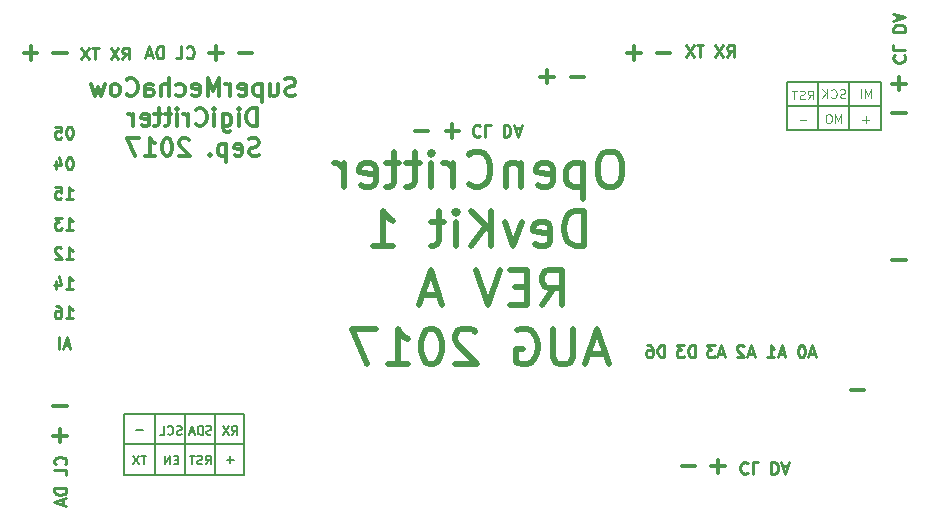
<source format=gbo>
G04 #@! TF.FileFunction,Legend,Bot*
%FSLAX46Y46*%
G04 Gerber Fmt 4.6, Leading zero omitted, Abs format (unit mm)*
G04 Created by KiCad (PCBNEW 4.0.6) date 09/01/17 10:43:57*
%MOMM*%
%LPD*%
G01*
G04 APERTURE LIST*
%ADD10C,0.100000*%
%ADD11C,0.250000*%
%ADD12C,0.187500*%
%ADD13C,0.150000*%
%ADD14C,0.125000*%
%ADD15C,0.300000*%
%ADD16C,0.500000*%
G04 APERTURE END LIST*
D10*
D11*
X106276190Y-110566667D02*
X105799999Y-110566667D01*
X106371428Y-110852381D02*
X106038095Y-109852381D01*
X105704761Y-110852381D01*
X105371428Y-110852381D02*
X105371428Y-109852381D01*
X105990476Y-108252381D02*
X106561905Y-108252381D01*
X106276191Y-108252381D02*
X106276191Y-107252381D01*
X106371429Y-107395238D01*
X106466667Y-107490476D01*
X106561905Y-107538095D01*
X105133333Y-107252381D02*
X105323810Y-107252381D01*
X105419048Y-107300000D01*
X105466667Y-107347619D01*
X105561905Y-107490476D01*
X105609524Y-107680952D01*
X105609524Y-108061905D01*
X105561905Y-108157143D01*
X105514286Y-108204762D01*
X105419048Y-108252381D01*
X105228571Y-108252381D01*
X105133333Y-108204762D01*
X105085714Y-108157143D01*
X105038095Y-108061905D01*
X105038095Y-107823810D01*
X105085714Y-107728571D01*
X105133333Y-107680952D01*
X105228571Y-107633333D01*
X105419048Y-107633333D01*
X105514286Y-107680952D01*
X105561905Y-107728571D01*
X105609524Y-107823810D01*
X105990476Y-105752381D02*
X106561905Y-105752381D01*
X106276191Y-105752381D02*
X106276191Y-104752381D01*
X106371429Y-104895238D01*
X106466667Y-104990476D01*
X106561905Y-105038095D01*
X105133333Y-105085714D02*
X105133333Y-105752381D01*
X105371429Y-104704762D02*
X105609524Y-105419048D01*
X104990476Y-105419048D01*
X105990476Y-103252381D02*
X106561905Y-103252381D01*
X106276191Y-103252381D02*
X106276191Y-102252381D01*
X106371429Y-102395238D01*
X106466667Y-102490476D01*
X106561905Y-102538095D01*
X105609524Y-102347619D02*
X105561905Y-102300000D01*
X105466667Y-102252381D01*
X105228571Y-102252381D01*
X105133333Y-102300000D01*
X105085714Y-102347619D01*
X105038095Y-102442857D01*
X105038095Y-102538095D01*
X105085714Y-102680952D01*
X105657143Y-103252381D01*
X105038095Y-103252381D01*
X105990476Y-100752381D02*
X106561905Y-100752381D01*
X106276191Y-100752381D02*
X106276191Y-99752381D01*
X106371429Y-99895238D01*
X106466667Y-99990476D01*
X106561905Y-100038095D01*
X105657143Y-99752381D02*
X105038095Y-99752381D01*
X105371429Y-100133333D01*
X105228571Y-100133333D01*
X105133333Y-100180952D01*
X105085714Y-100228571D01*
X105038095Y-100323810D01*
X105038095Y-100561905D01*
X105085714Y-100657143D01*
X105133333Y-100704762D01*
X105228571Y-100752381D01*
X105514286Y-100752381D01*
X105609524Y-100704762D01*
X105657143Y-100657143D01*
X105990476Y-98152381D02*
X106561905Y-98152381D01*
X106276191Y-98152381D02*
X106276191Y-97152381D01*
X106371429Y-97295238D01*
X106466667Y-97390476D01*
X106561905Y-97438095D01*
X105085714Y-97152381D02*
X105561905Y-97152381D01*
X105609524Y-97628571D01*
X105561905Y-97580952D01*
X105466667Y-97533333D01*
X105228571Y-97533333D01*
X105133333Y-97580952D01*
X105085714Y-97628571D01*
X105038095Y-97723810D01*
X105038095Y-97961905D01*
X105085714Y-98057143D01*
X105133333Y-98104762D01*
X105228571Y-98152381D01*
X105466667Y-98152381D01*
X105561905Y-98104762D01*
X105609524Y-98057143D01*
X106323810Y-94652381D02*
X106228571Y-94652381D01*
X106133333Y-94700000D01*
X106085714Y-94747619D01*
X106038095Y-94842857D01*
X105990476Y-95033333D01*
X105990476Y-95271429D01*
X106038095Y-95461905D01*
X106085714Y-95557143D01*
X106133333Y-95604762D01*
X106228571Y-95652381D01*
X106323810Y-95652381D01*
X106419048Y-95604762D01*
X106466667Y-95557143D01*
X106514286Y-95461905D01*
X106561905Y-95271429D01*
X106561905Y-95033333D01*
X106514286Y-94842857D01*
X106466667Y-94747619D01*
X106419048Y-94700000D01*
X106323810Y-94652381D01*
X105133333Y-94985714D02*
X105133333Y-95652381D01*
X105371429Y-94604762D02*
X105609524Y-95319048D01*
X104990476Y-95319048D01*
X106323810Y-92052381D02*
X106228571Y-92052381D01*
X106133333Y-92100000D01*
X106085714Y-92147619D01*
X106038095Y-92242857D01*
X105990476Y-92433333D01*
X105990476Y-92671429D01*
X106038095Y-92861905D01*
X106085714Y-92957143D01*
X106133333Y-93004762D01*
X106228571Y-93052381D01*
X106323810Y-93052381D01*
X106419048Y-93004762D01*
X106466667Y-92957143D01*
X106514286Y-92861905D01*
X106561905Y-92671429D01*
X106561905Y-92433333D01*
X106514286Y-92242857D01*
X106466667Y-92147619D01*
X106419048Y-92100000D01*
X106323810Y-92052381D01*
X105085714Y-92052381D02*
X105561905Y-92052381D01*
X105609524Y-92528571D01*
X105561905Y-92480952D01*
X105466667Y-92433333D01*
X105228571Y-92433333D01*
X105133333Y-92480952D01*
X105085714Y-92528571D01*
X105038095Y-92623810D01*
X105038095Y-92861905D01*
X105085714Y-92957143D01*
X105133333Y-93004762D01*
X105228571Y-93052381D01*
X105466667Y-93052381D01*
X105561905Y-93004762D01*
X105609524Y-92957143D01*
X156638095Y-111552381D02*
X156638095Y-110552381D01*
X156400000Y-110552381D01*
X156257142Y-110600000D01*
X156161904Y-110695238D01*
X156114285Y-110790476D01*
X156066666Y-110980952D01*
X156066666Y-111123810D01*
X156114285Y-111314286D01*
X156161904Y-111409524D01*
X156257142Y-111504762D01*
X156400000Y-111552381D01*
X156638095Y-111552381D01*
X155209523Y-110552381D02*
X155400000Y-110552381D01*
X155495238Y-110600000D01*
X155542857Y-110647619D01*
X155638095Y-110790476D01*
X155685714Y-110980952D01*
X155685714Y-111361905D01*
X155638095Y-111457143D01*
X155590476Y-111504762D01*
X155495238Y-111552381D01*
X155304761Y-111552381D01*
X155209523Y-111504762D01*
X155161904Y-111457143D01*
X155114285Y-111361905D01*
X155114285Y-111123810D01*
X155161904Y-111028571D01*
X155209523Y-110980952D01*
X155304761Y-110933333D01*
X155495238Y-110933333D01*
X155590476Y-110980952D01*
X155638095Y-111028571D01*
X155685714Y-111123810D01*
X159238095Y-111552381D02*
X159238095Y-110552381D01*
X159000000Y-110552381D01*
X158857142Y-110600000D01*
X158761904Y-110695238D01*
X158714285Y-110790476D01*
X158666666Y-110980952D01*
X158666666Y-111123810D01*
X158714285Y-111314286D01*
X158761904Y-111409524D01*
X158857142Y-111504762D01*
X159000000Y-111552381D01*
X159238095Y-111552381D01*
X158333333Y-110552381D02*
X157714285Y-110552381D01*
X158047619Y-110933333D01*
X157904761Y-110933333D01*
X157809523Y-110980952D01*
X157761904Y-111028571D01*
X157714285Y-111123810D01*
X157714285Y-111361905D01*
X157761904Y-111457143D01*
X157809523Y-111504762D01*
X157904761Y-111552381D01*
X158190476Y-111552381D01*
X158285714Y-111504762D01*
X158333333Y-111457143D01*
X161714286Y-111266667D02*
X161238095Y-111266667D01*
X161809524Y-111552381D02*
X161476191Y-110552381D01*
X161142857Y-111552381D01*
X160904762Y-110552381D02*
X160285714Y-110552381D01*
X160619048Y-110933333D01*
X160476190Y-110933333D01*
X160380952Y-110980952D01*
X160333333Y-111028571D01*
X160285714Y-111123810D01*
X160285714Y-111361905D01*
X160333333Y-111457143D01*
X160380952Y-111504762D01*
X160476190Y-111552381D01*
X160761905Y-111552381D01*
X160857143Y-111504762D01*
X160904762Y-111457143D01*
X164214286Y-111266667D02*
X163738095Y-111266667D01*
X164309524Y-111552381D02*
X163976191Y-110552381D01*
X163642857Y-111552381D01*
X163357143Y-110647619D02*
X163309524Y-110600000D01*
X163214286Y-110552381D01*
X162976190Y-110552381D01*
X162880952Y-110600000D01*
X162833333Y-110647619D01*
X162785714Y-110742857D01*
X162785714Y-110838095D01*
X162833333Y-110980952D01*
X163404762Y-111552381D01*
X162785714Y-111552381D01*
X166814286Y-111266667D02*
X166338095Y-111266667D01*
X166909524Y-111552381D02*
X166576191Y-110552381D01*
X166242857Y-111552381D01*
X165385714Y-111552381D02*
X165957143Y-111552381D01*
X165671429Y-111552381D02*
X165671429Y-110552381D01*
X165766667Y-110695238D01*
X165861905Y-110790476D01*
X165957143Y-110838095D01*
X169414286Y-111266667D02*
X168938095Y-111266667D01*
X169509524Y-111552381D02*
X169176191Y-110552381D01*
X168842857Y-111552381D01*
X168319048Y-110552381D02*
X168223809Y-110552381D01*
X168128571Y-110600000D01*
X168080952Y-110647619D01*
X168033333Y-110742857D01*
X167985714Y-110933333D01*
X167985714Y-111171429D01*
X168033333Y-111361905D01*
X168080952Y-111457143D01*
X168128571Y-111504762D01*
X168223809Y-111552381D01*
X168319048Y-111552381D01*
X168414286Y-111504762D01*
X168461905Y-111457143D01*
X168509524Y-111361905D01*
X168557143Y-111171429D01*
X168557143Y-110933333D01*
X168509524Y-110742857D01*
X168461905Y-110647619D01*
X168414286Y-110600000D01*
X168319048Y-110552381D01*
D12*
X120185714Y-120253571D02*
X119614285Y-120253571D01*
X119899999Y-120539286D02*
X119899999Y-119967857D01*
X120025000Y-118139286D02*
X120275000Y-117782143D01*
X120453572Y-118139286D02*
X120453572Y-117389286D01*
X120167857Y-117389286D01*
X120096429Y-117425000D01*
X120060714Y-117460714D01*
X120025000Y-117532143D01*
X120025000Y-117639286D01*
X120060714Y-117710714D01*
X120096429Y-117746429D01*
X120167857Y-117782143D01*
X120453572Y-117782143D01*
X119775000Y-117389286D02*
X119275000Y-118139286D01*
X119275000Y-117389286D02*
X119775000Y-118139286D01*
X115453571Y-120246429D02*
X115203571Y-120246429D01*
X115096428Y-120639286D02*
X115453571Y-120639286D01*
X115453571Y-119889286D01*
X115096428Y-119889286D01*
X114775000Y-120639286D02*
X114775000Y-119889286D01*
X114346428Y-120639286D01*
X114346428Y-119889286D01*
X117810714Y-120639286D02*
X118060714Y-120282143D01*
X118239286Y-120639286D02*
X118239286Y-119889286D01*
X117953571Y-119889286D01*
X117882143Y-119925000D01*
X117846428Y-119960714D01*
X117810714Y-120032143D01*
X117810714Y-120139286D01*
X117846428Y-120210714D01*
X117882143Y-120246429D01*
X117953571Y-120282143D01*
X118239286Y-120282143D01*
X117525000Y-120603571D02*
X117417857Y-120639286D01*
X117239286Y-120639286D01*
X117167857Y-120603571D01*
X117132143Y-120567857D01*
X117096428Y-120496429D01*
X117096428Y-120425000D01*
X117132143Y-120353571D01*
X117167857Y-120317857D01*
X117239286Y-120282143D01*
X117382143Y-120246429D01*
X117453571Y-120210714D01*
X117489286Y-120175000D01*
X117525000Y-120103571D01*
X117525000Y-120032143D01*
X117489286Y-119960714D01*
X117453571Y-119925000D01*
X117382143Y-119889286D01*
X117203571Y-119889286D01*
X117096428Y-119925000D01*
X116882142Y-119889286D02*
X116453571Y-119889286D01*
X116667857Y-120639286D02*
X116667857Y-119889286D01*
X118310714Y-118103571D02*
X118203571Y-118139286D01*
X118025000Y-118139286D01*
X117953571Y-118103571D01*
X117917857Y-118067857D01*
X117882142Y-117996429D01*
X117882142Y-117925000D01*
X117917857Y-117853571D01*
X117953571Y-117817857D01*
X118025000Y-117782143D01*
X118167857Y-117746429D01*
X118239285Y-117710714D01*
X118275000Y-117675000D01*
X118310714Y-117603571D01*
X118310714Y-117532143D01*
X118275000Y-117460714D01*
X118239285Y-117425000D01*
X118167857Y-117389286D01*
X117989285Y-117389286D01*
X117882142Y-117425000D01*
X117560714Y-118139286D02*
X117560714Y-117389286D01*
X117382142Y-117389286D01*
X117274999Y-117425000D01*
X117203571Y-117496429D01*
X117167856Y-117567857D01*
X117132142Y-117710714D01*
X117132142Y-117817857D01*
X117167856Y-117960714D01*
X117203571Y-118032143D01*
X117274999Y-118103571D01*
X117382142Y-118139286D01*
X117560714Y-118139286D01*
X116846428Y-117925000D02*
X116489285Y-117925000D01*
X116917856Y-118139286D02*
X116667856Y-117389286D01*
X116417856Y-118139286D01*
X115792857Y-118103571D02*
X115685714Y-118139286D01*
X115507143Y-118139286D01*
X115435714Y-118103571D01*
X115400000Y-118067857D01*
X115364285Y-117996429D01*
X115364285Y-117925000D01*
X115400000Y-117853571D01*
X115435714Y-117817857D01*
X115507143Y-117782143D01*
X115650000Y-117746429D01*
X115721428Y-117710714D01*
X115757143Y-117675000D01*
X115792857Y-117603571D01*
X115792857Y-117532143D01*
X115757143Y-117460714D01*
X115721428Y-117425000D01*
X115650000Y-117389286D01*
X115471428Y-117389286D01*
X115364285Y-117425000D01*
X114614285Y-118067857D02*
X114649999Y-118103571D01*
X114757142Y-118139286D01*
X114828571Y-118139286D01*
X114935714Y-118103571D01*
X115007142Y-118032143D01*
X115042857Y-117960714D01*
X115078571Y-117817857D01*
X115078571Y-117710714D01*
X115042857Y-117567857D01*
X115007142Y-117496429D01*
X114935714Y-117425000D01*
X114828571Y-117389286D01*
X114757142Y-117389286D01*
X114649999Y-117425000D01*
X114614285Y-117460714D01*
X113935714Y-118139286D02*
X114292857Y-118139286D01*
X114292857Y-117389286D01*
X112771428Y-119889286D02*
X112342857Y-119889286D01*
X112557143Y-120639286D02*
X112557143Y-119889286D01*
X112164285Y-119889286D02*
X111664285Y-120639286D01*
X111664285Y-119889286D02*
X112164285Y-120639286D01*
X112485714Y-117753571D02*
X111914285Y-117753571D01*
D13*
X110900000Y-118900000D02*
X121100000Y-118900000D01*
X113500000Y-116400000D02*
X113500000Y-121500000D01*
X118600000Y-116400000D02*
X118600000Y-121500000D01*
X116100000Y-116400000D02*
X116100000Y-121500000D01*
X110900000Y-121500000D02*
X110900000Y-116400000D01*
X121100000Y-121500000D02*
X110900000Y-121500000D01*
X121100000Y-116400000D02*
X121100000Y-121500000D01*
X110900000Y-116400000D02*
X121100000Y-116400000D01*
D11*
X141043523Y-91982996D02*
X140995904Y-91935377D01*
X140853047Y-91887758D01*
X140757809Y-91887758D01*
X140614951Y-91935377D01*
X140519713Y-92030615D01*
X140472094Y-92125853D01*
X140424475Y-92316329D01*
X140424475Y-92459187D01*
X140472094Y-92649663D01*
X140519713Y-92744901D01*
X140614951Y-92840139D01*
X140757809Y-92887758D01*
X140853047Y-92887758D01*
X140995904Y-92840139D01*
X141043523Y-92792520D01*
X141948285Y-91887758D02*
X141472094Y-91887758D01*
X141472094Y-92887758D01*
X143048285Y-91887758D02*
X143048285Y-92887758D01*
X143286380Y-92887758D01*
X143429238Y-92840139D01*
X143524476Y-92744901D01*
X143572095Y-92649663D01*
X143619714Y-92459187D01*
X143619714Y-92316329D01*
X143572095Y-92125853D01*
X143524476Y-92030615D01*
X143429238Y-91935377D01*
X143286380Y-91887758D01*
X143048285Y-91887758D01*
X144000666Y-92173472D02*
X144476857Y-92173472D01*
X143905428Y-91887758D02*
X144238761Y-92887758D01*
X144572095Y-91887758D01*
X106012242Y-122648285D02*
X105012242Y-122648285D01*
X105012242Y-122886380D01*
X105059861Y-123029238D01*
X105155099Y-123124476D01*
X105250337Y-123172095D01*
X105440813Y-123219714D01*
X105583671Y-123219714D01*
X105774147Y-123172095D01*
X105869385Y-123124476D01*
X105964623Y-123029238D01*
X106012242Y-122886380D01*
X106012242Y-122648285D01*
X105726528Y-123600666D02*
X105726528Y-124076857D01*
X106012242Y-123505428D02*
X105012242Y-123838761D01*
X106012242Y-124172095D01*
X105917004Y-120643523D02*
X105964623Y-120595904D01*
X106012242Y-120453047D01*
X106012242Y-120357809D01*
X105964623Y-120214951D01*
X105869385Y-120119713D01*
X105774147Y-120072094D01*
X105583671Y-120024475D01*
X105440813Y-120024475D01*
X105250337Y-120072094D01*
X105155099Y-120119713D01*
X105059861Y-120214951D01*
X105012242Y-120357809D01*
X105012242Y-120453047D01*
X105059861Y-120595904D01*
X105107480Y-120643523D01*
X106012242Y-121548285D02*
X106012242Y-121072094D01*
X105012242Y-121072094D01*
X165709524Y-120447619D02*
X165709524Y-121447619D01*
X165947619Y-121447619D01*
X166090477Y-121400000D01*
X166185715Y-121304762D01*
X166233334Y-121209524D01*
X166280953Y-121019048D01*
X166280953Y-120876190D01*
X166233334Y-120685714D01*
X166185715Y-120590476D01*
X166090477Y-120495238D01*
X165947619Y-120447619D01*
X165709524Y-120447619D01*
X166661905Y-120733333D02*
X167138096Y-120733333D01*
X166566667Y-120447619D02*
X166900000Y-121447619D01*
X167233334Y-120447619D01*
X163704762Y-120542857D02*
X163657143Y-120495238D01*
X163514286Y-120447619D01*
X163419048Y-120447619D01*
X163276190Y-120495238D01*
X163180952Y-120590476D01*
X163133333Y-120685714D01*
X163085714Y-120876190D01*
X163085714Y-121019048D01*
X163133333Y-121209524D01*
X163180952Y-121304762D01*
X163276190Y-121400000D01*
X163419048Y-121447619D01*
X163514286Y-121447619D01*
X163657143Y-121400000D01*
X163704762Y-121352381D01*
X164609524Y-120447619D02*
X164133333Y-120447619D01*
X164133333Y-121447619D01*
X176047619Y-83990476D02*
X177047619Y-83990476D01*
X177047619Y-83752381D01*
X177000000Y-83609523D01*
X176904762Y-83514285D01*
X176809524Y-83466666D01*
X176619048Y-83419047D01*
X176476190Y-83419047D01*
X176285714Y-83466666D01*
X176190476Y-83514285D01*
X176095238Y-83609523D01*
X176047619Y-83752381D01*
X176047619Y-83990476D01*
X176333333Y-83038095D02*
X176333333Y-82561904D01*
X176047619Y-83133333D02*
X177047619Y-82800000D01*
X176047619Y-82466666D01*
X176142857Y-85995238D02*
X176095238Y-86042857D01*
X176047619Y-86185714D01*
X176047619Y-86280952D01*
X176095238Y-86423810D01*
X176190476Y-86519048D01*
X176285714Y-86566667D01*
X176476190Y-86614286D01*
X176619048Y-86614286D01*
X176809524Y-86566667D01*
X176904762Y-86519048D01*
X177000000Y-86423810D01*
X177047619Y-86280952D01*
X177047619Y-86185714D01*
X177000000Y-86042857D01*
X176952381Y-85995238D01*
X176047619Y-85090476D02*
X176047619Y-85566667D01*
X177047619Y-85566667D01*
X116195238Y-86157143D02*
X116242857Y-86204762D01*
X116385714Y-86252381D01*
X116480952Y-86252381D01*
X116623810Y-86204762D01*
X116719048Y-86109524D01*
X116766667Y-86014286D01*
X116814286Y-85823810D01*
X116814286Y-85680952D01*
X116766667Y-85490476D01*
X116719048Y-85395238D01*
X116623810Y-85300000D01*
X116480952Y-85252381D01*
X116385714Y-85252381D01*
X116242857Y-85300000D01*
X116195238Y-85347619D01*
X115290476Y-86252381D02*
X115766667Y-86252381D01*
X115766667Y-85252381D01*
X114190476Y-86252381D02*
X114190476Y-85252381D01*
X113952381Y-85252381D01*
X113809523Y-85300000D01*
X113714285Y-85395238D01*
X113666666Y-85490476D01*
X113619047Y-85680952D01*
X113619047Y-85823810D01*
X113666666Y-86014286D01*
X113714285Y-86109524D01*
X113809523Y-86204762D01*
X113952381Y-86252381D01*
X114190476Y-86252381D01*
X113238095Y-85966667D02*
X112761904Y-85966667D01*
X113333333Y-86252381D02*
X113000000Y-85252381D01*
X112666666Y-86252381D01*
X108761905Y-85352381D02*
X108190476Y-85352381D01*
X108476191Y-86352381D02*
X108476191Y-85352381D01*
X107952381Y-85352381D02*
X107285714Y-86352381D01*
X107285714Y-85352381D02*
X107952381Y-86352381D01*
X110766666Y-86352381D02*
X111100000Y-85876190D01*
X111338095Y-86352381D02*
X111338095Y-85352381D01*
X110957142Y-85352381D01*
X110861904Y-85400000D01*
X110814285Y-85447619D01*
X110766666Y-85542857D01*
X110766666Y-85685714D01*
X110814285Y-85780952D01*
X110861904Y-85828571D01*
X110957142Y-85876190D01*
X111338095Y-85876190D01*
X110433333Y-85352381D02*
X109766666Y-86352381D01*
X109766666Y-85352381D02*
X110433333Y-86352381D01*
X161966666Y-86152381D02*
X162300000Y-85676190D01*
X162538095Y-86152381D02*
X162538095Y-85152381D01*
X162157142Y-85152381D01*
X162061904Y-85200000D01*
X162014285Y-85247619D01*
X161966666Y-85342857D01*
X161966666Y-85485714D01*
X162014285Y-85580952D01*
X162061904Y-85628571D01*
X162157142Y-85676190D01*
X162538095Y-85676190D01*
X161633333Y-85152381D02*
X160966666Y-86152381D01*
X160966666Y-85152381D02*
X161633333Y-86152381D01*
X159961905Y-85152381D02*
X159390476Y-85152381D01*
X159676191Y-86152381D02*
X159676191Y-85152381D01*
X159152381Y-85152381D02*
X158485714Y-86152381D01*
X158485714Y-85152381D02*
X159152381Y-86152381D01*
D14*
X168685714Y-91453571D02*
X168114285Y-91453571D01*
X171642857Y-91739286D02*
X171642857Y-90989286D01*
X171392857Y-91525000D01*
X171142857Y-90989286D01*
X171142857Y-91739286D01*
X170642856Y-90989286D02*
X170499999Y-90989286D01*
X170428571Y-91025000D01*
X170357142Y-91096429D01*
X170321428Y-91239286D01*
X170321428Y-91489286D01*
X170357142Y-91632143D01*
X170428571Y-91703571D01*
X170499999Y-91739286D01*
X170642856Y-91739286D01*
X170714285Y-91703571D01*
X170785714Y-91632143D01*
X170821428Y-91489286D01*
X170821428Y-91239286D01*
X170785714Y-91096429D01*
X170714285Y-91025000D01*
X170642856Y-90989286D01*
X173985714Y-91453571D02*
X173414285Y-91453571D01*
X173699999Y-91739286D02*
X173699999Y-91167857D01*
X174128572Y-89639286D02*
X174128572Y-88889286D01*
X173878572Y-89425000D01*
X173628572Y-88889286D01*
X173628572Y-89639286D01*
X173271429Y-89639286D02*
X173271429Y-88889286D01*
X171964286Y-89603571D02*
X171857143Y-89639286D01*
X171678572Y-89639286D01*
X171607143Y-89603571D01*
X171571429Y-89567857D01*
X171535714Y-89496429D01*
X171535714Y-89425000D01*
X171571429Y-89353571D01*
X171607143Y-89317857D01*
X171678572Y-89282143D01*
X171821429Y-89246429D01*
X171892857Y-89210714D01*
X171928572Y-89175000D01*
X171964286Y-89103571D01*
X171964286Y-89032143D01*
X171928572Y-88960714D01*
X171892857Y-88925000D01*
X171821429Y-88889286D01*
X171642857Y-88889286D01*
X171535714Y-88925000D01*
X170785714Y-89567857D02*
X170821428Y-89603571D01*
X170928571Y-89639286D01*
X171000000Y-89639286D01*
X171107143Y-89603571D01*
X171178571Y-89532143D01*
X171214286Y-89460714D01*
X171250000Y-89317857D01*
X171250000Y-89210714D01*
X171214286Y-89067857D01*
X171178571Y-88996429D01*
X171107143Y-88925000D01*
X171000000Y-88889286D01*
X170928571Y-88889286D01*
X170821428Y-88925000D01*
X170785714Y-88960714D01*
X170464286Y-89639286D02*
X170464286Y-88889286D01*
X170035714Y-89639286D02*
X170357143Y-89210714D01*
X170035714Y-88889286D02*
X170464286Y-89317857D01*
D13*
X167000000Y-90300000D02*
X175000000Y-90300000D01*
X172300000Y-88300000D02*
X172300000Y-92300000D01*
X169700000Y-88300000D02*
X169700000Y-92300000D01*
D14*
X168810714Y-89739286D02*
X169060714Y-89382143D01*
X169239286Y-89739286D02*
X169239286Y-88989286D01*
X168953571Y-88989286D01*
X168882143Y-89025000D01*
X168846428Y-89060714D01*
X168810714Y-89132143D01*
X168810714Y-89239286D01*
X168846428Y-89310714D01*
X168882143Y-89346429D01*
X168953571Y-89382143D01*
X169239286Y-89382143D01*
X168525000Y-89703571D02*
X168417857Y-89739286D01*
X168239286Y-89739286D01*
X168167857Y-89703571D01*
X168132143Y-89667857D01*
X168096428Y-89596429D01*
X168096428Y-89525000D01*
X168132143Y-89453571D01*
X168167857Y-89417857D01*
X168239286Y-89382143D01*
X168382143Y-89346429D01*
X168453571Y-89310714D01*
X168489286Y-89275000D01*
X168525000Y-89203571D01*
X168525000Y-89132143D01*
X168489286Y-89060714D01*
X168453571Y-89025000D01*
X168382143Y-88989286D01*
X168203571Y-88989286D01*
X168096428Y-89025000D01*
X167882142Y-88989286D02*
X167453571Y-88989286D01*
X167667857Y-89739286D02*
X167667857Y-88989286D01*
D13*
X167000000Y-92300000D02*
X167000000Y-88300000D01*
X175000000Y-92300000D02*
X167000000Y-92300000D01*
X175000000Y-88300000D02*
X175000000Y-92300000D01*
X167000000Y-88300000D02*
X175000000Y-88300000D01*
D15*
X106071428Y-115707143D02*
X104928571Y-115707143D01*
X159271428Y-120807143D02*
X158128571Y-120807143D01*
X136671428Y-92407143D02*
X135528571Y-92407143D01*
X149871428Y-87807143D02*
X148728571Y-87807143D01*
X173571428Y-114307143D02*
X172428571Y-114307143D01*
X177071428Y-103307143D02*
X175928571Y-103307143D01*
X177071428Y-90907143D02*
X175928571Y-90907143D01*
X157171428Y-85807143D02*
X156028571Y-85807143D01*
X121771428Y-85807143D02*
X120628571Y-85807143D01*
X106071428Y-85807143D02*
X104928571Y-85807143D01*
X119271428Y-85807143D02*
X118128571Y-85807143D01*
X118700000Y-86378571D02*
X118700000Y-85235714D01*
X103571428Y-85807143D02*
X102428571Y-85807143D01*
X103000000Y-86378571D02*
X103000000Y-85235714D01*
X106071428Y-118207143D02*
X104928571Y-118207143D01*
X105500000Y-118778571D02*
X105500000Y-117635714D01*
X161771428Y-120807143D02*
X160628571Y-120807143D01*
X161200000Y-121378571D02*
X161200000Y-120235714D01*
X177071428Y-88407143D02*
X175928571Y-88407143D01*
X176500000Y-88978571D02*
X176500000Y-87835714D01*
X154671428Y-85807143D02*
X153528571Y-85807143D01*
X154100000Y-86378571D02*
X154100000Y-85235714D01*
X139271428Y-92407143D02*
X138128571Y-92407143D01*
X138700000Y-92978571D02*
X138700000Y-91835714D01*
X147271428Y-87807143D02*
X146128571Y-87807143D01*
X146700000Y-88378571D02*
X146700000Y-87235714D01*
X125407143Y-89357143D02*
X125192857Y-89428571D01*
X124835714Y-89428571D01*
X124692857Y-89357143D01*
X124621428Y-89285714D01*
X124550000Y-89142857D01*
X124550000Y-89000000D01*
X124621428Y-88857143D01*
X124692857Y-88785714D01*
X124835714Y-88714286D01*
X125121428Y-88642857D01*
X125264286Y-88571429D01*
X125335714Y-88500000D01*
X125407143Y-88357143D01*
X125407143Y-88214286D01*
X125335714Y-88071429D01*
X125264286Y-88000000D01*
X125121428Y-87928571D01*
X124764286Y-87928571D01*
X124550000Y-88000000D01*
X123264286Y-88428571D02*
X123264286Y-89428571D01*
X123907143Y-88428571D02*
X123907143Y-89214286D01*
X123835715Y-89357143D01*
X123692857Y-89428571D01*
X123478572Y-89428571D01*
X123335715Y-89357143D01*
X123264286Y-89285714D01*
X122550000Y-88428571D02*
X122550000Y-89928571D01*
X122550000Y-88500000D02*
X122407143Y-88428571D01*
X122121429Y-88428571D01*
X121978572Y-88500000D01*
X121907143Y-88571429D01*
X121835714Y-88714286D01*
X121835714Y-89142857D01*
X121907143Y-89285714D01*
X121978572Y-89357143D01*
X122121429Y-89428571D01*
X122407143Y-89428571D01*
X122550000Y-89357143D01*
X120621429Y-89357143D02*
X120764286Y-89428571D01*
X121050000Y-89428571D01*
X121192857Y-89357143D01*
X121264286Y-89214286D01*
X121264286Y-88642857D01*
X121192857Y-88500000D01*
X121050000Y-88428571D01*
X120764286Y-88428571D01*
X120621429Y-88500000D01*
X120550000Y-88642857D01*
X120550000Y-88785714D01*
X121264286Y-88928571D01*
X119907143Y-89428571D02*
X119907143Y-88428571D01*
X119907143Y-88714286D02*
X119835715Y-88571429D01*
X119764286Y-88500000D01*
X119621429Y-88428571D01*
X119478572Y-88428571D01*
X118978572Y-89428571D02*
X118978572Y-87928571D01*
X118478572Y-89000000D01*
X117978572Y-87928571D01*
X117978572Y-89428571D01*
X116692858Y-89357143D02*
X116835715Y-89428571D01*
X117121429Y-89428571D01*
X117264286Y-89357143D01*
X117335715Y-89214286D01*
X117335715Y-88642857D01*
X117264286Y-88500000D01*
X117121429Y-88428571D01*
X116835715Y-88428571D01*
X116692858Y-88500000D01*
X116621429Y-88642857D01*
X116621429Y-88785714D01*
X117335715Y-88928571D01*
X115335715Y-89357143D02*
X115478572Y-89428571D01*
X115764286Y-89428571D01*
X115907144Y-89357143D01*
X115978572Y-89285714D01*
X116050001Y-89142857D01*
X116050001Y-88714286D01*
X115978572Y-88571429D01*
X115907144Y-88500000D01*
X115764286Y-88428571D01*
X115478572Y-88428571D01*
X115335715Y-88500000D01*
X114692858Y-89428571D02*
X114692858Y-87928571D01*
X114050001Y-89428571D02*
X114050001Y-88642857D01*
X114121430Y-88500000D01*
X114264287Y-88428571D01*
X114478572Y-88428571D01*
X114621430Y-88500000D01*
X114692858Y-88571429D01*
X112692858Y-89428571D02*
X112692858Y-88642857D01*
X112764287Y-88500000D01*
X112907144Y-88428571D01*
X113192858Y-88428571D01*
X113335715Y-88500000D01*
X112692858Y-89357143D02*
X112835715Y-89428571D01*
X113192858Y-89428571D01*
X113335715Y-89357143D01*
X113407144Y-89214286D01*
X113407144Y-89071429D01*
X113335715Y-88928571D01*
X113192858Y-88857143D01*
X112835715Y-88857143D01*
X112692858Y-88785714D01*
X111121429Y-89285714D02*
X111192858Y-89357143D01*
X111407144Y-89428571D01*
X111550001Y-89428571D01*
X111764286Y-89357143D01*
X111907144Y-89214286D01*
X111978572Y-89071429D01*
X112050001Y-88785714D01*
X112050001Y-88571429D01*
X111978572Y-88285714D01*
X111907144Y-88142857D01*
X111764286Y-88000000D01*
X111550001Y-87928571D01*
X111407144Y-87928571D01*
X111192858Y-88000000D01*
X111121429Y-88071429D01*
X110264286Y-89428571D02*
X110407144Y-89357143D01*
X110478572Y-89285714D01*
X110550001Y-89142857D01*
X110550001Y-88714286D01*
X110478572Y-88571429D01*
X110407144Y-88500000D01*
X110264286Y-88428571D01*
X110050001Y-88428571D01*
X109907144Y-88500000D01*
X109835715Y-88571429D01*
X109764286Y-88714286D01*
X109764286Y-89142857D01*
X109835715Y-89285714D01*
X109907144Y-89357143D01*
X110050001Y-89428571D01*
X110264286Y-89428571D01*
X109264286Y-88428571D02*
X108978572Y-89428571D01*
X108692858Y-88714286D01*
X108407143Y-89428571D01*
X108121429Y-88428571D01*
X122121428Y-91978571D02*
X122121428Y-90478571D01*
X121764285Y-90478571D01*
X121550000Y-90550000D01*
X121407142Y-90692857D01*
X121335714Y-90835714D01*
X121264285Y-91121429D01*
X121264285Y-91335714D01*
X121335714Y-91621429D01*
X121407142Y-91764286D01*
X121550000Y-91907143D01*
X121764285Y-91978571D01*
X122121428Y-91978571D01*
X120621428Y-91978571D02*
X120621428Y-90978571D01*
X120621428Y-90478571D02*
X120692857Y-90550000D01*
X120621428Y-90621429D01*
X120550000Y-90550000D01*
X120621428Y-90478571D01*
X120621428Y-90621429D01*
X119264285Y-90978571D02*
X119264285Y-92192857D01*
X119335714Y-92335714D01*
X119407142Y-92407143D01*
X119549999Y-92478571D01*
X119764285Y-92478571D01*
X119907142Y-92407143D01*
X119264285Y-91907143D02*
X119407142Y-91978571D01*
X119692856Y-91978571D01*
X119835714Y-91907143D01*
X119907142Y-91835714D01*
X119978571Y-91692857D01*
X119978571Y-91264286D01*
X119907142Y-91121429D01*
X119835714Y-91050000D01*
X119692856Y-90978571D01*
X119407142Y-90978571D01*
X119264285Y-91050000D01*
X118549999Y-91978571D02*
X118549999Y-90978571D01*
X118549999Y-90478571D02*
X118621428Y-90550000D01*
X118549999Y-90621429D01*
X118478571Y-90550000D01*
X118549999Y-90478571D01*
X118549999Y-90621429D01*
X116978570Y-91835714D02*
X117049999Y-91907143D01*
X117264285Y-91978571D01*
X117407142Y-91978571D01*
X117621427Y-91907143D01*
X117764285Y-91764286D01*
X117835713Y-91621429D01*
X117907142Y-91335714D01*
X117907142Y-91121429D01*
X117835713Y-90835714D01*
X117764285Y-90692857D01*
X117621427Y-90550000D01*
X117407142Y-90478571D01*
X117264285Y-90478571D01*
X117049999Y-90550000D01*
X116978570Y-90621429D01*
X116335713Y-91978571D02*
X116335713Y-90978571D01*
X116335713Y-91264286D02*
X116264285Y-91121429D01*
X116192856Y-91050000D01*
X116049999Y-90978571D01*
X115907142Y-90978571D01*
X115407142Y-91978571D02*
X115407142Y-90978571D01*
X115407142Y-90478571D02*
X115478571Y-90550000D01*
X115407142Y-90621429D01*
X115335714Y-90550000D01*
X115407142Y-90478571D01*
X115407142Y-90621429D01*
X114907142Y-90978571D02*
X114335713Y-90978571D01*
X114692856Y-90478571D02*
X114692856Y-91764286D01*
X114621428Y-91907143D01*
X114478570Y-91978571D01*
X114335713Y-91978571D01*
X114049999Y-90978571D02*
X113478570Y-90978571D01*
X113835713Y-90478571D02*
X113835713Y-91764286D01*
X113764285Y-91907143D01*
X113621427Y-91978571D01*
X113478570Y-91978571D01*
X112407142Y-91907143D02*
X112549999Y-91978571D01*
X112835713Y-91978571D01*
X112978570Y-91907143D01*
X113049999Y-91764286D01*
X113049999Y-91192857D01*
X112978570Y-91050000D01*
X112835713Y-90978571D01*
X112549999Y-90978571D01*
X112407142Y-91050000D01*
X112335713Y-91192857D01*
X112335713Y-91335714D01*
X113049999Y-91478571D01*
X111692856Y-91978571D02*
X111692856Y-90978571D01*
X111692856Y-91264286D02*
X111621428Y-91121429D01*
X111549999Y-91050000D01*
X111407142Y-90978571D01*
X111264285Y-90978571D01*
X122335713Y-94457143D02*
X122121427Y-94528571D01*
X121764284Y-94528571D01*
X121621427Y-94457143D01*
X121549998Y-94385714D01*
X121478570Y-94242857D01*
X121478570Y-94100000D01*
X121549998Y-93957143D01*
X121621427Y-93885714D01*
X121764284Y-93814286D01*
X122049998Y-93742857D01*
X122192856Y-93671429D01*
X122264284Y-93600000D01*
X122335713Y-93457143D01*
X122335713Y-93314286D01*
X122264284Y-93171429D01*
X122192856Y-93100000D01*
X122049998Y-93028571D01*
X121692856Y-93028571D01*
X121478570Y-93100000D01*
X120264285Y-94457143D02*
X120407142Y-94528571D01*
X120692856Y-94528571D01*
X120835713Y-94457143D01*
X120907142Y-94314286D01*
X120907142Y-93742857D01*
X120835713Y-93600000D01*
X120692856Y-93528571D01*
X120407142Y-93528571D01*
X120264285Y-93600000D01*
X120192856Y-93742857D01*
X120192856Y-93885714D01*
X120907142Y-94028571D01*
X119549999Y-93528571D02*
X119549999Y-95028571D01*
X119549999Y-93600000D02*
X119407142Y-93528571D01*
X119121428Y-93528571D01*
X118978571Y-93600000D01*
X118907142Y-93671429D01*
X118835713Y-93814286D01*
X118835713Y-94242857D01*
X118907142Y-94385714D01*
X118978571Y-94457143D01*
X119121428Y-94528571D01*
X119407142Y-94528571D01*
X119549999Y-94457143D01*
X118192856Y-94385714D02*
X118121428Y-94457143D01*
X118192856Y-94528571D01*
X118264285Y-94457143D01*
X118192856Y-94385714D01*
X118192856Y-94528571D01*
X116407142Y-93171429D02*
X116335713Y-93100000D01*
X116192856Y-93028571D01*
X115835713Y-93028571D01*
X115692856Y-93100000D01*
X115621427Y-93171429D01*
X115549999Y-93314286D01*
X115549999Y-93457143D01*
X115621427Y-93671429D01*
X116478570Y-94528571D01*
X115549999Y-94528571D01*
X114621428Y-93028571D02*
X114478571Y-93028571D01*
X114335714Y-93100000D01*
X114264285Y-93171429D01*
X114192856Y-93314286D01*
X114121428Y-93600000D01*
X114121428Y-93957143D01*
X114192856Y-94242857D01*
X114264285Y-94385714D01*
X114335714Y-94457143D01*
X114478571Y-94528571D01*
X114621428Y-94528571D01*
X114764285Y-94457143D01*
X114835714Y-94385714D01*
X114907142Y-94242857D01*
X114978571Y-93957143D01*
X114978571Y-93600000D01*
X114907142Y-93314286D01*
X114835714Y-93171429D01*
X114764285Y-93100000D01*
X114621428Y-93028571D01*
X112692857Y-94528571D02*
X113550000Y-94528571D01*
X113121428Y-94528571D02*
X113121428Y-93028571D01*
X113264285Y-93242857D01*
X113407143Y-93385714D01*
X113550000Y-93457143D01*
X112192857Y-93028571D02*
X111192857Y-93028571D01*
X111835714Y-94528571D01*
D16*
X152357144Y-94157143D02*
X151785715Y-94157143D01*
X151500001Y-94300000D01*
X151214287Y-94585714D01*
X151071429Y-95157143D01*
X151071429Y-96157143D01*
X151214287Y-96728571D01*
X151500001Y-97014286D01*
X151785715Y-97157143D01*
X152357144Y-97157143D01*
X152642858Y-97014286D01*
X152928572Y-96728571D01*
X153071429Y-96157143D01*
X153071429Y-95157143D01*
X152928572Y-94585714D01*
X152642858Y-94300000D01*
X152357144Y-94157143D01*
X149785715Y-95157143D02*
X149785715Y-98157143D01*
X149785715Y-95300000D02*
X149500001Y-95157143D01*
X148928572Y-95157143D01*
X148642858Y-95300000D01*
X148500001Y-95442857D01*
X148357144Y-95728571D01*
X148357144Y-96585714D01*
X148500001Y-96871429D01*
X148642858Y-97014286D01*
X148928572Y-97157143D01*
X149500001Y-97157143D01*
X149785715Y-97014286D01*
X145928572Y-97014286D02*
X146214286Y-97157143D01*
X146785715Y-97157143D01*
X147071429Y-97014286D01*
X147214286Y-96728571D01*
X147214286Y-95585714D01*
X147071429Y-95300000D01*
X146785715Y-95157143D01*
X146214286Y-95157143D01*
X145928572Y-95300000D01*
X145785715Y-95585714D01*
X145785715Y-95871429D01*
X147214286Y-96157143D01*
X144500000Y-95157143D02*
X144500000Y-97157143D01*
X144500000Y-95442857D02*
X144357143Y-95300000D01*
X144071429Y-95157143D01*
X143642857Y-95157143D01*
X143357143Y-95300000D01*
X143214286Y-95585714D01*
X143214286Y-97157143D01*
X140071429Y-96871429D02*
X140214286Y-97014286D01*
X140642857Y-97157143D01*
X140928571Y-97157143D01*
X141357143Y-97014286D01*
X141642857Y-96728571D01*
X141785714Y-96442857D01*
X141928571Y-95871429D01*
X141928571Y-95442857D01*
X141785714Y-94871429D01*
X141642857Y-94585714D01*
X141357143Y-94300000D01*
X140928571Y-94157143D01*
X140642857Y-94157143D01*
X140214286Y-94300000D01*
X140071429Y-94442857D01*
X138785714Y-97157143D02*
X138785714Y-95157143D01*
X138785714Y-95728571D02*
X138642857Y-95442857D01*
X138500000Y-95300000D01*
X138214286Y-95157143D01*
X137928571Y-95157143D01*
X136928571Y-97157143D02*
X136928571Y-95157143D01*
X136928571Y-94157143D02*
X137071428Y-94300000D01*
X136928571Y-94442857D01*
X136785714Y-94300000D01*
X136928571Y-94157143D01*
X136928571Y-94442857D01*
X135928572Y-95157143D02*
X134785715Y-95157143D01*
X135500000Y-94157143D02*
X135500000Y-96728571D01*
X135357143Y-97014286D01*
X135071429Y-97157143D01*
X134785715Y-97157143D01*
X134214286Y-95157143D02*
X133071429Y-95157143D01*
X133785714Y-94157143D02*
X133785714Y-96728571D01*
X133642857Y-97014286D01*
X133357143Y-97157143D01*
X133071429Y-97157143D01*
X130928571Y-97014286D02*
X131214285Y-97157143D01*
X131785714Y-97157143D01*
X132071428Y-97014286D01*
X132214285Y-96728571D01*
X132214285Y-95585714D01*
X132071428Y-95300000D01*
X131785714Y-95157143D01*
X131214285Y-95157143D01*
X130928571Y-95300000D01*
X130785714Y-95585714D01*
X130785714Y-95871429D01*
X132214285Y-96157143D01*
X129499999Y-97157143D02*
X129499999Y-95157143D01*
X129499999Y-95728571D02*
X129357142Y-95442857D01*
X129214285Y-95300000D01*
X128928571Y-95157143D01*
X128642856Y-95157143D01*
X149857142Y-102157143D02*
X149857142Y-99157143D01*
X149142857Y-99157143D01*
X148714285Y-99300000D01*
X148428571Y-99585714D01*
X148285714Y-99871429D01*
X148142857Y-100442857D01*
X148142857Y-100871429D01*
X148285714Y-101442857D01*
X148428571Y-101728571D01*
X148714285Y-102014286D01*
X149142857Y-102157143D01*
X149857142Y-102157143D01*
X145714285Y-102014286D02*
X145999999Y-102157143D01*
X146571428Y-102157143D01*
X146857142Y-102014286D01*
X146999999Y-101728571D01*
X146999999Y-100585714D01*
X146857142Y-100300000D01*
X146571428Y-100157143D01*
X145999999Y-100157143D01*
X145714285Y-100300000D01*
X145571428Y-100585714D01*
X145571428Y-100871429D01*
X146999999Y-101157143D01*
X144571428Y-100157143D02*
X143857142Y-102157143D01*
X143142856Y-100157143D01*
X141999999Y-102157143D02*
X141999999Y-99157143D01*
X140285714Y-102157143D02*
X141571428Y-100442857D01*
X140285714Y-99157143D02*
X141999999Y-100871429D01*
X138999999Y-102157143D02*
X138999999Y-100157143D01*
X138999999Y-99157143D02*
X139142856Y-99300000D01*
X138999999Y-99442857D01*
X138857142Y-99300000D01*
X138999999Y-99157143D01*
X138999999Y-99442857D01*
X138000000Y-100157143D02*
X136857143Y-100157143D01*
X137571428Y-99157143D02*
X137571428Y-101728571D01*
X137428571Y-102014286D01*
X137142857Y-102157143D01*
X136857143Y-102157143D01*
X132000000Y-102157143D02*
X133714285Y-102157143D01*
X132857143Y-102157143D02*
X132857143Y-99157143D01*
X133142857Y-99585714D01*
X133428571Y-99871429D01*
X133714285Y-100014286D01*
X146285715Y-107157143D02*
X147285715Y-105728571D01*
X148000000Y-107157143D02*
X148000000Y-104157143D01*
X146857143Y-104157143D01*
X146571429Y-104300000D01*
X146428572Y-104442857D01*
X146285715Y-104728571D01*
X146285715Y-105157143D01*
X146428572Y-105442857D01*
X146571429Y-105585714D01*
X146857143Y-105728571D01*
X148000000Y-105728571D01*
X145000000Y-105585714D02*
X144000000Y-105585714D01*
X143571429Y-107157143D02*
X145000000Y-107157143D01*
X145000000Y-104157143D01*
X143571429Y-104157143D01*
X142714286Y-104157143D02*
X141714286Y-107157143D01*
X140714286Y-104157143D01*
X137571428Y-106300000D02*
X136142857Y-106300000D01*
X137857143Y-107157143D02*
X136857143Y-104157143D01*
X135857143Y-107157143D01*
X151642857Y-111300000D02*
X150214286Y-111300000D01*
X151928572Y-112157143D02*
X150928572Y-109157143D01*
X149928572Y-112157143D01*
X148928571Y-109157143D02*
X148928571Y-111585714D01*
X148785714Y-111871429D01*
X148642857Y-112014286D01*
X148357143Y-112157143D01*
X147785714Y-112157143D01*
X147500000Y-112014286D01*
X147357143Y-111871429D01*
X147214286Y-111585714D01*
X147214286Y-109157143D01*
X144214286Y-109300000D02*
X144500000Y-109157143D01*
X144928571Y-109157143D01*
X145357143Y-109300000D01*
X145642857Y-109585714D01*
X145785714Y-109871429D01*
X145928571Y-110442857D01*
X145928571Y-110871429D01*
X145785714Y-111442857D01*
X145642857Y-111728571D01*
X145357143Y-112014286D01*
X144928571Y-112157143D01*
X144642857Y-112157143D01*
X144214286Y-112014286D01*
X144071429Y-111871429D01*
X144071429Y-110871429D01*
X144642857Y-110871429D01*
X140642857Y-109442857D02*
X140500000Y-109300000D01*
X140214286Y-109157143D01*
X139500000Y-109157143D01*
X139214286Y-109300000D01*
X139071429Y-109442857D01*
X138928572Y-109728571D01*
X138928572Y-110014286D01*
X139071429Y-110442857D01*
X140785715Y-112157143D01*
X138928572Y-112157143D01*
X137071429Y-109157143D02*
X136785714Y-109157143D01*
X136500000Y-109300000D01*
X136357143Y-109442857D01*
X136214286Y-109728571D01*
X136071429Y-110300000D01*
X136071429Y-111014286D01*
X136214286Y-111585714D01*
X136357143Y-111871429D01*
X136500000Y-112014286D01*
X136785714Y-112157143D01*
X137071429Y-112157143D01*
X137357143Y-112014286D01*
X137500000Y-111871429D01*
X137642857Y-111585714D01*
X137785714Y-111014286D01*
X137785714Y-110300000D01*
X137642857Y-109728571D01*
X137500000Y-109442857D01*
X137357143Y-109300000D01*
X137071429Y-109157143D01*
X133214286Y-112157143D02*
X134928571Y-112157143D01*
X134071429Y-112157143D02*
X134071429Y-109157143D01*
X134357143Y-109585714D01*
X134642857Y-109871429D01*
X134928571Y-110014286D01*
X132214286Y-109157143D02*
X130214286Y-109157143D01*
X131500000Y-112157143D01*
M02*

</source>
